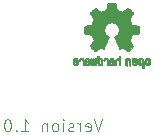
<source format=gbo>
%TF.GenerationSoftware,KiCad,Pcbnew,8.0.4*%
%TF.CreationDate,2024-08-28T21:16:36+02:00*%
%TF.ProjectId,Project1LedTorch,50726f6a-6563-4743-914c-6564546f7263,1*%
%TF.SameCoordinates,Original*%
%TF.FileFunction,Legend,Bot*%
%TF.FilePolarity,Positive*%
%FSLAX46Y46*%
G04 Gerber Fmt 4.6, Leading zero omitted, Abs format (unit mm)*
G04 Created by KiCad (PCBNEW 8.0.4) date 2024-08-28 21:16:36*
%MOMM*%
%LPD*%
G01*
G04 APERTURE LIST*
%ADD10C,0.100000*%
%ADD11C,0.010000*%
G04 APERTURE END LIST*
D10*
X171161972Y-102123419D02*
X170828639Y-103123419D01*
X170828639Y-103123419D02*
X170495306Y-102123419D01*
X169781020Y-103075800D02*
X169876258Y-103123419D01*
X169876258Y-103123419D02*
X170066734Y-103123419D01*
X170066734Y-103123419D02*
X170161972Y-103075800D01*
X170161972Y-103075800D02*
X170209591Y-102980561D01*
X170209591Y-102980561D02*
X170209591Y-102599609D01*
X170209591Y-102599609D02*
X170161972Y-102504371D01*
X170161972Y-102504371D02*
X170066734Y-102456752D01*
X170066734Y-102456752D02*
X169876258Y-102456752D01*
X169876258Y-102456752D02*
X169781020Y-102504371D01*
X169781020Y-102504371D02*
X169733401Y-102599609D01*
X169733401Y-102599609D02*
X169733401Y-102694847D01*
X169733401Y-102694847D02*
X170209591Y-102790085D01*
X169304829Y-103123419D02*
X169304829Y-102456752D01*
X169304829Y-102647228D02*
X169257210Y-102551990D01*
X169257210Y-102551990D02*
X169209591Y-102504371D01*
X169209591Y-102504371D02*
X169114353Y-102456752D01*
X169114353Y-102456752D02*
X169019115Y-102456752D01*
X168733400Y-103075800D02*
X168638162Y-103123419D01*
X168638162Y-103123419D02*
X168447686Y-103123419D01*
X168447686Y-103123419D02*
X168352448Y-103075800D01*
X168352448Y-103075800D02*
X168304829Y-102980561D01*
X168304829Y-102980561D02*
X168304829Y-102932942D01*
X168304829Y-102932942D02*
X168352448Y-102837704D01*
X168352448Y-102837704D02*
X168447686Y-102790085D01*
X168447686Y-102790085D02*
X168590543Y-102790085D01*
X168590543Y-102790085D02*
X168685781Y-102742466D01*
X168685781Y-102742466D02*
X168733400Y-102647228D01*
X168733400Y-102647228D02*
X168733400Y-102599609D01*
X168733400Y-102599609D02*
X168685781Y-102504371D01*
X168685781Y-102504371D02*
X168590543Y-102456752D01*
X168590543Y-102456752D02*
X168447686Y-102456752D01*
X168447686Y-102456752D02*
X168352448Y-102504371D01*
X167876257Y-103123419D02*
X167876257Y-102456752D01*
X167876257Y-102123419D02*
X167923876Y-102171038D01*
X167923876Y-102171038D02*
X167876257Y-102218657D01*
X167876257Y-102218657D02*
X167828638Y-102171038D01*
X167828638Y-102171038D02*
X167876257Y-102123419D01*
X167876257Y-102123419D02*
X167876257Y-102218657D01*
X167257210Y-103123419D02*
X167352448Y-103075800D01*
X167352448Y-103075800D02*
X167400067Y-103028180D01*
X167400067Y-103028180D02*
X167447686Y-102932942D01*
X167447686Y-102932942D02*
X167447686Y-102647228D01*
X167447686Y-102647228D02*
X167400067Y-102551990D01*
X167400067Y-102551990D02*
X167352448Y-102504371D01*
X167352448Y-102504371D02*
X167257210Y-102456752D01*
X167257210Y-102456752D02*
X167114353Y-102456752D01*
X167114353Y-102456752D02*
X167019115Y-102504371D01*
X167019115Y-102504371D02*
X166971496Y-102551990D01*
X166971496Y-102551990D02*
X166923877Y-102647228D01*
X166923877Y-102647228D02*
X166923877Y-102932942D01*
X166923877Y-102932942D02*
X166971496Y-103028180D01*
X166971496Y-103028180D02*
X167019115Y-103075800D01*
X167019115Y-103075800D02*
X167114353Y-103123419D01*
X167114353Y-103123419D02*
X167257210Y-103123419D01*
X166495305Y-102456752D02*
X166495305Y-103123419D01*
X166495305Y-102551990D02*
X166447686Y-102504371D01*
X166447686Y-102504371D02*
X166352448Y-102456752D01*
X166352448Y-102456752D02*
X166209591Y-102456752D01*
X166209591Y-102456752D02*
X166114353Y-102504371D01*
X166114353Y-102504371D02*
X166066734Y-102599609D01*
X166066734Y-102599609D02*
X166066734Y-103123419D01*
X164304829Y-103123419D02*
X164876257Y-103123419D01*
X164590543Y-103123419D02*
X164590543Y-102123419D01*
X164590543Y-102123419D02*
X164685781Y-102266276D01*
X164685781Y-102266276D02*
X164781019Y-102361514D01*
X164781019Y-102361514D02*
X164876257Y-102409133D01*
X163876257Y-103028180D02*
X163828638Y-103075800D01*
X163828638Y-103075800D02*
X163876257Y-103123419D01*
X163876257Y-103123419D02*
X163923876Y-103075800D01*
X163923876Y-103075800D02*
X163876257Y-103028180D01*
X163876257Y-103028180D02*
X163876257Y-103123419D01*
X163209591Y-102123419D02*
X163114353Y-102123419D01*
X163114353Y-102123419D02*
X163019115Y-102171038D01*
X163019115Y-102171038D02*
X162971496Y-102218657D01*
X162971496Y-102218657D02*
X162923877Y-102313895D01*
X162923877Y-102313895D02*
X162876258Y-102504371D01*
X162876258Y-102504371D02*
X162876258Y-102742466D01*
X162876258Y-102742466D02*
X162923877Y-102932942D01*
X162923877Y-102932942D02*
X162971496Y-103028180D01*
X162971496Y-103028180D02*
X163019115Y-103075800D01*
X163019115Y-103075800D02*
X163114353Y-103123419D01*
X163114353Y-103123419D02*
X163209591Y-103123419D01*
X163209591Y-103123419D02*
X163304829Y-103075800D01*
X163304829Y-103075800D02*
X163352448Y-103028180D01*
X163352448Y-103028180D02*
X163400067Y-102932942D01*
X163400067Y-102932942D02*
X163447686Y-102742466D01*
X163447686Y-102742466D02*
X163447686Y-102504371D01*
X163447686Y-102504371D02*
X163400067Y-102313895D01*
X163400067Y-102313895D02*
X163352448Y-102218657D01*
X163352448Y-102218657D02*
X163304829Y-102171038D01*
X163304829Y-102171038D02*
X163209591Y-102123419D01*
D11*
%TO.C,REF\u002A\u002A*%
X169440829Y-96947097D02*
X169500753Y-96969355D01*
X169525673Y-96986080D01*
X169550910Y-97010043D01*
X169568912Y-97040526D01*
X169580858Y-97082023D01*
X169587930Y-97139032D01*
X169591308Y-97216047D01*
X169592171Y-97317565D01*
X169592002Y-97370027D01*
X169591153Y-97441715D01*
X169589711Y-97498925D01*
X169587814Y-97536809D01*
X169585597Y-97550514D01*
X169571172Y-97545981D01*
X169542054Y-97533670D01*
X169541181Y-97533272D01*
X169526060Y-97525356D01*
X169515891Y-97514495D01*
X169509691Y-97495471D01*
X169506478Y-97463069D01*
X169505270Y-97412071D01*
X169505086Y-97337261D01*
X169504714Y-97289804D01*
X169500750Y-97200615D01*
X169491673Y-97135287D01*
X169476524Y-97090393D01*
X169454345Y-97062507D01*
X169424175Y-97048203D01*
X169419990Y-97047206D01*
X169363480Y-97046427D01*
X169319410Y-97071744D01*
X169288972Y-97122502D01*
X169283544Y-97137175D01*
X169271171Y-97169649D01*
X169264905Y-97184572D01*
X169252036Y-97182516D01*
X169223933Y-97171357D01*
X169197721Y-97152927D01*
X169185771Y-97118098D01*
X169189336Y-97093151D01*
X169211235Y-97042547D01*
X169246644Y-96995128D01*
X169288052Y-96962334D01*
X169305400Y-96954752D01*
X169371089Y-96942076D01*
X169440829Y-96947097D01*
G36*
X169440829Y-96947097D02*
G01*
X169500753Y-96969355D01*
X169525673Y-96986080D01*
X169550910Y-97010043D01*
X169568912Y-97040526D01*
X169580858Y-97082023D01*
X169587930Y-97139032D01*
X169591308Y-97216047D01*
X169592171Y-97317565D01*
X169592002Y-97370027D01*
X169591153Y-97441715D01*
X169589711Y-97498925D01*
X169587814Y-97536809D01*
X169585597Y-97550514D01*
X169571172Y-97545981D01*
X169542054Y-97533670D01*
X169541181Y-97533272D01*
X169526060Y-97525356D01*
X169515891Y-97514495D01*
X169509691Y-97495471D01*
X169506478Y-97463069D01*
X169505270Y-97412071D01*
X169505086Y-97337261D01*
X169504714Y-97289804D01*
X169500750Y-97200615D01*
X169491673Y-97135287D01*
X169476524Y-97090393D01*
X169454345Y-97062507D01*
X169424175Y-97048203D01*
X169419990Y-97047206D01*
X169363480Y-97046427D01*
X169319410Y-97071744D01*
X169288972Y-97122502D01*
X169283544Y-97137175D01*
X169271171Y-97169649D01*
X169264905Y-97184572D01*
X169252036Y-97182516D01*
X169223933Y-97171357D01*
X169197721Y-97152927D01*
X169185771Y-97118098D01*
X169189336Y-97093151D01*
X169211235Y-97042547D01*
X169246644Y-96995128D01*
X169288052Y-96962334D01*
X169305400Y-96954752D01*
X169371089Y-96942076D01*
X169440829Y-96947097D01*
G37*
X173389020Y-96913822D02*
X173456810Y-96945680D01*
X173512366Y-97000770D01*
X173523881Y-97018016D01*
X173533432Y-97037562D01*
X173540206Y-97062198D01*
X173544819Y-97096711D01*
X173547888Y-97145889D01*
X173550029Y-97214519D01*
X173551859Y-97307389D01*
X173556404Y-97565007D01*
X173518225Y-97550491D01*
X173483268Y-97537156D01*
X173457097Y-97524323D01*
X173440013Y-97507780D01*
X173430086Y-97482465D01*
X173425386Y-97443316D01*
X173423982Y-97385268D01*
X173423943Y-97303261D01*
X173423744Y-97237895D01*
X173422559Y-97175173D01*
X173419729Y-97132334D01*
X173414609Y-97104220D01*
X173406553Y-97085675D01*
X173394914Y-97071543D01*
X173366303Y-97051600D01*
X173318239Y-97044083D01*
X173270688Y-97063079D01*
X173267550Y-97065511D01*
X173257769Y-97076748D01*
X173250553Y-97094770D01*
X173245299Y-97124026D01*
X173241402Y-97168962D01*
X173238256Y-97234028D01*
X173235257Y-97323670D01*
X173228000Y-97563697D01*
X173166314Y-97536044D01*
X173104629Y-97508391D01*
X173104629Y-97289246D01*
X173104884Y-97229711D01*
X173107086Y-97146892D01*
X173112661Y-97085227D01*
X173122941Y-97039748D01*
X173139258Y-97005484D01*
X173162943Y-96977466D01*
X173195328Y-96950723D01*
X173241907Y-96923780D01*
X173315287Y-96906191D01*
X173389020Y-96913822D01*
G36*
X173389020Y-96913822D02*
G01*
X173456810Y-96945680D01*
X173512366Y-97000770D01*
X173523881Y-97018016D01*
X173533432Y-97037562D01*
X173540206Y-97062198D01*
X173544819Y-97096711D01*
X173547888Y-97145889D01*
X173550029Y-97214519D01*
X173551859Y-97307389D01*
X173556404Y-97565007D01*
X173518225Y-97550491D01*
X173483268Y-97537156D01*
X173457097Y-97524323D01*
X173440013Y-97507780D01*
X173430086Y-97482465D01*
X173425386Y-97443316D01*
X173423982Y-97385268D01*
X173423943Y-97303261D01*
X173423744Y-97237895D01*
X173422559Y-97175173D01*
X173419729Y-97132334D01*
X173414609Y-97104220D01*
X173406553Y-97085675D01*
X173394914Y-97071543D01*
X173366303Y-97051600D01*
X173318239Y-97044083D01*
X173270688Y-97063079D01*
X173267550Y-97065511D01*
X173257769Y-97076748D01*
X173250553Y-97094770D01*
X173245299Y-97124026D01*
X173241402Y-97168962D01*
X173238256Y-97234028D01*
X173235257Y-97323670D01*
X173228000Y-97563697D01*
X173166314Y-97536044D01*
X173104629Y-97508391D01*
X173104629Y-97289246D01*
X173104884Y-97229711D01*
X173107086Y-97146892D01*
X173112661Y-97085227D01*
X173122941Y-97039748D01*
X173139258Y-97005484D01*
X173162943Y-96977466D01*
X173195328Y-96950723D01*
X173241907Y-96923780D01*
X173315287Y-96906191D01*
X173389020Y-96913822D01*
G37*
X171565691Y-96962467D02*
X171570273Y-96965003D01*
X171607704Y-96994057D01*
X171641170Y-97031410D01*
X171647007Y-97039852D01*
X171658165Y-97059553D01*
X171666136Y-97082935D01*
X171671618Y-97115067D01*
X171675307Y-97161019D01*
X171677899Y-97225859D01*
X171680092Y-97314657D01*
X171680402Y-97329669D01*
X171681400Y-97426999D01*
X171679994Y-97495934D01*
X171676164Y-97536948D01*
X171669889Y-97550514D01*
X171650898Y-97546452D01*
X171618638Y-97534144D01*
X171611041Y-97530545D01*
X171599176Y-97522398D01*
X171590994Y-97509004D01*
X171585643Y-97485608D01*
X171582269Y-97447455D01*
X171580019Y-97389790D01*
X171578040Y-97307857D01*
X171577498Y-97283907D01*
X171575403Y-97208266D01*
X171572683Y-97155328D01*
X171568515Y-97120075D01*
X171562079Y-97097487D01*
X171552550Y-97082544D01*
X171539106Y-97070227D01*
X171499305Y-97048634D01*
X171450341Y-97044476D01*
X171406529Y-97060999D01*
X171375008Y-97095210D01*
X171362914Y-97144114D01*
X171362578Y-97157407D01*
X171355972Y-97181472D01*
X171336470Y-97185144D01*
X171298283Y-97170813D01*
X171289438Y-97166217D01*
X171265534Y-97139186D01*
X171265061Y-97098994D01*
X171287836Y-97043409D01*
X171308727Y-97013117D01*
X171362142Y-96970084D01*
X171428074Y-96945755D01*
X171498574Y-96942443D01*
X171565691Y-96962467D01*
G36*
X171565691Y-96962467D02*
G01*
X171570273Y-96965003D01*
X171607704Y-96994057D01*
X171641170Y-97031410D01*
X171647007Y-97039852D01*
X171658165Y-97059553D01*
X171666136Y-97082935D01*
X171671618Y-97115067D01*
X171675307Y-97161019D01*
X171677899Y-97225859D01*
X171680092Y-97314657D01*
X171680402Y-97329669D01*
X171681400Y-97426999D01*
X171679994Y-97495934D01*
X171676164Y-97536948D01*
X171669889Y-97550514D01*
X171650898Y-97546452D01*
X171618638Y-97534144D01*
X171611041Y-97530545D01*
X171599176Y-97522398D01*
X171590994Y-97509004D01*
X171585643Y-97485608D01*
X171582269Y-97447455D01*
X171580019Y-97389790D01*
X171578040Y-97307857D01*
X171577498Y-97283907D01*
X171575403Y-97208266D01*
X171572683Y-97155328D01*
X171568515Y-97120075D01*
X171562079Y-97097487D01*
X171552550Y-97082544D01*
X171539106Y-97070227D01*
X171499305Y-97048634D01*
X171450341Y-97044476D01*
X171406529Y-97060999D01*
X171375008Y-97095210D01*
X171362914Y-97144114D01*
X171362578Y-97157407D01*
X171355972Y-97181472D01*
X171336470Y-97185144D01*
X171298283Y-97170813D01*
X171289438Y-97166217D01*
X171265534Y-97139186D01*
X171265061Y-97098994D01*
X171287836Y-97043409D01*
X171308727Y-97013117D01*
X171362142Y-96970084D01*
X171428074Y-96945755D01*
X171498574Y-96942443D01*
X171565691Y-96962467D01*
G37*
X170611941Y-96945282D02*
X170643774Y-96957758D01*
X170680743Y-96974602D01*
X170680743Y-97461196D01*
X170634812Y-97507127D01*
X170624320Y-97517427D01*
X170595255Y-97540320D01*
X170565943Y-97547735D01*
X170522326Y-97544321D01*
X170504568Y-97542114D01*
X170458767Y-97537445D01*
X170426743Y-97535585D01*
X170417244Y-97535869D01*
X170378274Y-97538948D01*
X170331160Y-97544321D01*
X170316085Y-97546168D01*
X170278110Y-97546893D01*
X170250325Y-97535429D01*
X170218674Y-97507127D01*
X170172743Y-97461196D01*
X170172743Y-97201055D01*
X170173101Y-97124180D01*
X170174216Y-97050886D01*
X170175952Y-96992850D01*
X170178167Y-96954663D01*
X170180721Y-96940914D01*
X170181256Y-96940951D01*
X170199808Y-96947793D01*
X170231153Y-96962868D01*
X170273608Y-96984822D01*
X170277604Y-97213240D01*
X170281600Y-97441657D01*
X170368686Y-97441657D01*
X170372657Y-97191286D01*
X170373916Y-97123227D01*
X170375718Y-97050482D01*
X170377671Y-96992730D01*
X170379612Y-96954648D01*
X170381377Y-96940914D01*
X170381885Y-96940962D01*
X170399482Y-96946015D01*
X170431834Y-96956849D01*
X170477543Y-96972783D01*
X170477765Y-97192706D01*
X170477988Y-97230909D01*
X170479531Y-97305146D01*
X170482292Y-97367145D01*
X170485977Y-97411308D01*
X170490292Y-97432041D01*
X170505732Y-97443131D01*
X170537241Y-97446556D01*
X170571886Y-97441657D01*
X170575857Y-97191286D01*
X170577278Y-97127663D01*
X170580225Y-97052356D01*
X170584079Y-96993286D01*
X170588542Y-96954718D01*
X170593317Y-96940914D01*
X170611941Y-96945282D01*
G36*
X170611941Y-96945282D02*
G01*
X170643774Y-96957758D01*
X170680743Y-96974602D01*
X170680743Y-97461196D01*
X170634812Y-97507127D01*
X170624320Y-97517427D01*
X170595255Y-97540320D01*
X170565943Y-97547735D01*
X170522326Y-97544321D01*
X170504568Y-97542114D01*
X170458767Y-97537445D01*
X170426743Y-97535585D01*
X170417244Y-97535869D01*
X170378274Y-97538948D01*
X170331160Y-97544321D01*
X170316085Y-97546168D01*
X170278110Y-97546893D01*
X170250325Y-97535429D01*
X170218674Y-97507127D01*
X170172743Y-97461196D01*
X170172743Y-97201055D01*
X170173101Y-97124180D01*
X170174216Y-97050886D01*
X170175952Y-96992850D01*
X170178167Y-96954663D01*
X170180721Y-96940914D01*
X170181256Y-96940951D01*
X170199808Y-96947793D01*
X170231153Y-96962868D01*
X170273608Y-96984822D01*
X170277604Y-97213240D01*
X170281600Y-97441657D01*
X170368686Y-97441657D01*
X170372657Y-97191286D01*
X170373916Y-97123227D01*
X170375718Y-97050482D01*
X170377671Y-96992730D01*
X170379612Y-96954648D01*
X170381377Y-96940914D01*
X170381885Y-96940962D01*
X170399482Y-96946015D01*
X170431834Y-96956849D01*
X170477543Y-96972783D01*
X170477765Y-97192706D01*
X170477988Y-97230909D01*
X170479531Y-97305146D01*
X170482292Y-97367145D01*
X170485977Y-97411308D01*
X170490292Y-97432041D01*
X170505732Y-97443131D01*
X170537241Y-97446556D01*
X170571886Y-97441657D01*
X170575857Y-97191286D01*
X170577278Y-97127663D01*
X170580225Y-97052356D01*
X170584079Y-96993286D01*
X170588542Y-96954718D01*
X170593317Y-96940914D01*
X170611941Y-96945282D01*
G37*
X172636543Y-96745444D02*
X172683714Y-96765342D01*
X172683714Y-97162509D01*
X172683519Y-97265498D01*
X172682998Y-97358141D01*
X172682199Y-97436700D01*
X172681172Y-97497439D01*
X172679963Y-97536623D01*
X172678623Y-97550514D01*
X172678099Y-97550468D01*
X172660287Y-97545420D01*
X172627823Y-97534580D01*
X172582114Y-97518646D01*
X172582114Y-97314173D01*
X172581824Y-97233832D01*
X172580474Y-97175562D01*
X172577369Y-97135909D01*
X172571812Y-97109618D01*
X172563107Y-97091436D01*
X172550556Y-97076107D01*
X172541999Y-97067955D01*
X172495728Y-97045375D01*
X172444728Y-97047375D01*
X172397993Y-97074073D01*
X172391189Y-97080698D01*
X172380293Y-97094456D01*
X172372836Y-97112642D01*
X172368169Y-97140177D01*
X172365642Y-97181981D01*
X172364602Y-97242973D01*
X172364400Y-97328073D01*
X172364303Y-97371234D01*
X172363674Y-97442224D01*
X172362556Y-97499076D01*
X172361063Y-97536828D01*
X172359309Y-97550514D01*
X172358785Y-97550468D01*
X172340973Y-97545420D01*
X172308509Y-97534580D01*
X172262800Y-97518646D01*
X172262823Y-97313237D01*
X172262857Y-97294951D01*
X172264778Y-97199626D01*
X172270678Y-97127543D01*
X172282001Y-97073813D01*
X172300187Y-97033549D01*
X172326679Y-97001861D01*
X172362918Y-96973861D01*
X172398263Y-96956333D01*
X172454773Y-96942785D01*
X172510356Y-96942015D01*
X172553086Y-96955195D01*
X172556298Y-96957015D01*
X172566205Y-96956820D01*
X172572975Y-96941572D01*
X172577861Y-96906613D01*
X172582114Y-96847289D01*
X172589371Y-96725547D01*
X172636543Y-96745444D01*
G36*
X172636543Y-96745444D02*
G01*
X172683714Y-96765342D01*
X172683714Y-97162509D01*
X172683519Y-97265498D01*
X172682998Y-97358141D01*
X172682199Y-97436700D01*
X172681172Y-97497439D01*
X172679963Y-97536623D01*
X172678623Y-97550514D01*
X172678099Y-97550468D01*
X172660287Y-97545420D01*
X172627823Y-97534580D01*
X172582114Y-97518646D01*
X172582114Y-97314173D01*
X172581824Y-97233832D01*
X172580474Y-97175562D01*
X172577369Y-97135909D01*
X172571812Y-97109618D01*
X172563107Y-97091436D01*
X172550556Y-97076107D01*
X172541999Y-97067955D01*
X172495728Y-97045375D01*
X172444728Y-97047375D01*
X172397993Y-97074073D01*
X172391189Y-97080698D01*
X172380293Y-97094456D01*
X172372836Y-97112642D01*
X172368169Y-97140177D01*
X172365642Y-97181981D01*
X172364602Y-97242973D01*
X172364400Y-97328073D01*
X172364303Y-97371234D01*
X172363674Y-97442224D01*
X172362556Y-97499076D01*
X172361063Y-97536828D01*
X172359309Y-97550514D01*
X172358785Y-97550468D01*
X172340973Y-97545420D01*
X172308509Y-97534580D01*
X172262800Y-97518646D01*
X172262823Y-97313237D01*
X172262857Y-97294951D01*
X172264778Y-97199626D01*
X172270678Y-97127543D01*
X172282001Y-97073813D01*
X172300187Y-97033549D01*
X172326679Y-97001861D01*
X172362918Y-96973861D01*
X172398263Y-96956333D01*
X172454773Y-96942785D01*
X172510356Y-96942015D01*
X172553086Y-96955195D01*
X172556298Y-96957015D01*
X172566205Y-96956820D01*
X172572975Y-96941572D01*
X172577861Y-96906613D01*
X172582114Y-96847289D01*
X172589371Y-96725547D01*
X172636543Y-96745444D01*
G37*
X175223714Y-97231200D02*
X175223701Y-97246935D01*
X175222914Y-97317119D01*
X175220210Y-97366022D01*
X175214606Y-97400178D01*
X175205119Y-97426124D01*
X175190768Y-97450397D01*
X175187237Y-97455433D01*
X175149878Y-97495143D01*
X175107311Y-97525092D01*
X175085452Y-97534810D01*
X175006908Y-97551020D01*
X174929231Y-97540535D01*
X174857645Y-97504707D01*
X174797374Y-97444887D01*
X174792286Y-97436873D01*
X174775730Y-97390342D01*
X174764573Y-97325552D01*
X174759160Y-97250727D01*
X174759768Y-97181513D01*
X174906248Y-97181513D01*
X174907402Y-97277399D01*
X174907866Y-97283569D01*
X174914629Y-97336478D01*
X174926671Y-97370029D01*
X174947005Y-97393016D01*
X174981097Y-97414548D01*
X175014814Y-97415680D01*
X175049543Y-97390857D01*
X175055584Y-97384325D01*
X175067417Y-97364779D01*
X175074404Y-97336386D01*
X175077727Y-97292430D01*
X175078571Y-97226192D01*
X175077125Y-97164150D01*
X175069907Y-97105042D01*
X175055006Y-97067686D01*
X175030636Y-97048152D01*
X174995008Y-97042514D01*
X174981440Y-97043635D01*
X174943430Y-97064194D01*
X174918312Y-97110299D01*
X174906248Y-97181513D01*
X174759768Y-97181513D01*
X174759833Y-97174096D01*
X174766937Y-97103882D01*
X174780815Y-97048312D01*
X174798649Y-97011301D01*
X174848855Y-96953733D01*
X174916885Y-96917962D01*
X175000158Y-96905665D01*
X175022398Y-96906331D01*
X175087891Y-96919947D01*
X175141687Y-96954249D01*
X175191057Y-97013338D01*
X175193995Y-97017722D01*
X175207287Y-97041299D01*
X175215932Y-97067949D01*
X175220904Y-97104159D01*
X175223174Y-97156413D01*
X175223678Y-97226192D01*
X175223714Y-97231200D01*
G36*
X175223714Y-97231200D02*
G01*
X175223701Y-97246935D01*
X175222914Y-97317119D01*
X175220210Y-97366022D01*
X175214606Y-97400178D01*
X175205119Y-97426124D01*
X175190768Y-97450397D01*
X175187237Y-97455433D01*
X175149878Y-97495143D01*
X175107311Y-97525092D01*
X175085452Y-97534810D01*
X175006908Y-97551020D01*
X174929231Y-97540535D01*
X174857645Y-97504707D01*
X174797374Y-97444887D01*
X174792286Y-97436873D01*
X174775730Y-97390342D01*
X174764573Y-97325552D01*
X174759160Y-97250727D01*
X174759768Y-97181513D01*
X174906248Y-97181513D01*
X174907402Y-97277399D01*
X174907866Y-97283569D01*
X174914629Y-97336478D01*
X174926671Y-97370029D01*
X174947005Y-97393016D01*
X174981097Y-97414548D01*
X175014814Y-97415680D01*
X175049543Y-97390857D01*
X175055584Y-97384325D01*
X175067417Y-97364779D01*
X175074404Y-97336386D01*
X175077727Y-97292430D01*
X175078571Y-97226192D01*
X175077125Y-97164150D01*
X175069907Y-97105042D01*
X175055006Y-97067686D01*
X175030636Y-97048152D01*
X174995008Y-97042514D01*
X174981440Y-97043635D01*
X174943430Y-97064194D01*
X174918312Y-97110299D01*
X174906248Y-97181513D01*
X174759768Y-97181513D01*
X174759833Y-97174096D01*
X174766937Y-97103882D01*
X174780815Y-97048312D01*
X174798649Y-97011301D01*
X174848855Y-96953733D01*
X174916885Y-96917962D01*
X175000158Y-96905665D01*
X175022398Y-96906331D01*
X175087891Y-96919947D01*
X175141687Y-96954249D01*
X175191057Y-97013338D01*
X175193995Y-97017722D01*
X175207287Y-97041299D01*
X175215932Y-97067949D01*
X175220904Y-97104159D01*
X175223174Y-97156413D01*
X175223678Y-97226192D01*
X175223714Y-97231200D01*
G37*
X169098590Y-97248622D02*
X169098307Y-97287305D01*
X169094762Y-97363521D01*
X169085483Y-97419294D01*
X169068375Y-97460613D01*
X169041344Y-97493467D01*
X169002292Y-97523846D01*
X168977445Y-97537660D01*
X168937615Y-97546965D01*
X168881665Y-97546230D01*
X168850385Y-97543283D01*
X168812653Y-97534283D01*
X168782494Y-97514720D01*
X168747408Y-97478267D01*
X168742720Y-97472943D01*
X168711177Y-97431969D01*
X168696128Y-97396283D01*
X168692286Y-97353966D01*
X168692286Y-97291779D01*
X168735742Y-97308182D01*
X168767424Y-97327356D01*
X168794962Y-97372347D01*
X168800711Y-97386752D01*
X168832855Y-97427546D01*
X168876611Y-97448081D01*
X168924254Y-97446235D01*
X168968057Y-97419886D01*
X168983111Y-97403455D01*
X168996763Y-97378667D01*
X168992493Y-97356144D01*
X168967916Y-97332964D01*
X168920651Y-97306202D01*
X168848314Y-97272934D01*
X168699543Y-97207816D01*
X168695595Y-97143308D01*
X168697079Y-97102220D01*
X168794010Y-97102220D01*
X168801368Y-97127657D01*
X168834848Y-97154814D01*
X168895614Y-97185714D01*
X168905669Y-97190190D01*
X168953751Y-97211017D01*
X168989726Y-97225665D01*
X169006444Y-97231200D01*
X169008977Y-97227126D01*
X169009993Y-97202247D01*
X169006369Y-97162257D01*
X168997242Y-97123152D01*
X168968773Y-97073884D01*
X168927678Y-97046122D01*
X168878590Y-97042364D01*
X168826144Y-97065109D01*
X168811609Y-97076481D01*
X168794010Y-97102220D01*
X168697079Y-97102220D01*
X168697338Y-97095064D01*
X168719281Y-97034096D01*
X168746979Y-97000497D01*
X168804405Y-96962966D01*
X168872527Y-96944006D01*
X168942947Y-96945507D01*
X169007267Y-96969355D01*
X169021426Y-96978513D01*
X169053904Y-97006849D01*
X169076116Y-97042695D01*
X169089804Y-97091384D01*
X169096715Y-97158249D01*
X169097628Y-97202247D01*
X169098590Y-97248622D01*
G36*
X169098590Y-97248622D02*
G01*
X169098307Y-97287305D01*
X169094762Y-97363521D01*
X169085483Y-97419294D01*
X169068375Y-97460613D01*
X169041344Y-97493467D01*
X169002292Y-97523846D01*
X168977445Y-97537660D01*
X168937615Y-97546965D01*
X168881665Y-97546230D01*
X168850385Y-97543283D01*
X168812653Y-97534283D01*
X168782494Y-97514720D01*
X168747408Y-97478267D01*
X168742720Y-97472943D01*
X168711177Y-97431969D01*
X168696128Y-97396283D01*
X168692286Y-97353966D01*
X168692286Y-97291779D01*
X168735742Y-97308182D01*
X168767424Y-97327356D01*
X168794962Y-97372347D01*
X168800711Y-97386752D01*
X168832855Y-97427546D01*
X168876611Y-97448081D01*
X168924254Y-97446235D01*
X168968057Y-97419886D01*
X168983111Y-97403455D01*
X168996763Y-97378667D01*
X168992493Y-97356144D01*
X168967916Y-97332964D01*
X168920651Y-97306202D01*
X168848314Y-97272934D01*
X168699543Y-97207816D01*
X168695595Y-97143308D01*
X168697079Y-97102220D01*
X168794010Y-97102220D01*
X168801368Y-97127657D01*
X168834848Y-97154814D01*
X168895614Y-97185714D01*
X168905669Y-97190190D01*
X168953751Y-97211017D01*
X168989726Y-97225665D01*
X169006444Y-97231200D01*
X169008977Y-97227126D01*
X169009993Y-97202247D01*
X169006369Y-97162257D01*
X168997242Y-97123152D01*
X168968773Y-97073884D01*
X168927678Y-97046122D01*
X168878590Y-97042364D01*
X168826144Y-97065109D01*
X168811609Y-97076481D01*
X168794010Y-97102220D01*
X168697079Y-97102220D01*
X168697338Y-97095064D01*
X168719281Y-97034096D01*
X168746979Y-97000497D01*
X168804405Y-96962966D01*
X168872527Y-96944006D01*
X168942947Y-96945507D01*
X169007267Y-96969355D01*
X169021426Y-96978513D01*
X169053904Y-97006849D01*
X169076116Y-97042695D01*
X169089804Y-97091384D01*
X169096715Y-97158249D01*
X169097628Y-97202247D01*
X169098590Y-97248622D01*
G37*
X171188698Y-97245714D02*
X171187537Y-97302313D01*
X171179345Y-97379462D01*
X171161519Y-97437276D01*
X171131975Y-97481422D01*
X171088625Y-97517568D01*
X171047332Y-97538463D01*
X170977987Y-97550090D01*
X170908736Y-97537377D01*
X170846145Y-97501945D01*
X170796779Y-97445418D01*
X170790818Y-97434995D01*
X170782945Y-97416733D01*
X170777106Y-97393429D01*
X170772999Y-97361085D01*
X170770325Y-97315704D01*
X170768781Y-97253287D01*
X170768734Y-97247748D01*
X170869429Y-97247748D01*
X170869772Y-97300577D01*
X170871942Y-97348362D01*
X170877307Y-97379209D01*
X170887217Y-97399935D01*
X170903021Y-97417356D01*
X170906724Y-97420705D01*
X170954299Y-97445419D01*
X171004635Y-97442890D01*
X171051517Y-97413288D01*
X171065477Y-97397953D01*
X171077160Y-97377622D01*
X171083686Y-97349514D01*
X171086524Y-97306550D01*
X171087143Y-97241647D01*
X171086837Y-97192122D01*
X171084722Y-97143782D01*
X171079390Y-97112587D01*
X171069460Y-97091647D01*
X171053550Y-97074073D01*
X171044204Y-97066159D01*
X170995776Y-97044843D01*
X170945040Y-97048198D01*
X170900987Y-97076107D01*
X170891504Y-97087173D01*
X170879939Y-97108009D01*
X170873252Y-97137106D01*
X170870173Y-97181381D01*
X170869429Y-97247748D01*
X170768734Y-97247748D01*
X170768067Y-97169837D01*
X170767883Y-97061358D01*
X170767829Y-96724601D01*
X170815000Y-96744362D01*
X170827472Y-96749770D01*
X170847324Y-96761985D01*
X170858687Y-96780482D01*
X170864933Y-96812829D01*
X170869429Y-96866593D01*
X170873535Y-96914866D01*
X170878963Y-96946557D01*
X170886739Y-96958383D01*
X170898457Y-96955212D01*
X170928318Y-96944067D01*
X170981684Y-96941304D01*
X171039093Y-96951625D01*
X171088625Y-96973861D01*
X171115876Y-96994443D01*
X171150865Y-97034600D01*
X171173274Y-97086086D01*
X171185190Y-97154568D01*
X171188542Y-97241647D01*
X171188698Y-97245714D01*
G36*
X171188698Y-97245714D02*
G01*
X171187537Y-97302313D01*
X171179345Y-97379462D01*
X171161519Y-97437276D01*
X171131975Y-97481422D01*
X171088625Y-97517568D01*
X171047332Y-97538463D01*
X170977987Y-97550090D01*
X170908736Y-97537377D01*
X170846145Y-97501945D01*
X170796779Y-97445418D01*
X170790818Y-97434995D01*
X170782945Y-97416733D01*
X170777106Y-97393429D01*
X170772999Y-97361085D01*
X170770325Y-97315704D01*
X170768781Y-97253287D01*
X170768734Y-97247748D01*
X170869429Y-97247748D01*
X170869772Y-97300577D01*
X170871942Y-97348362D01*
X170877307Y-97379209D01*
X170887217Y-97399935D01*
X170903021Y-97417356D01*
X170906724Y-97420705D01*
X170954299Y-97445419D01*
X171004635Y-97442890D01*
X171051517Y-97413288D01*
X171065477Y-97397953D01*
X171077160Y-97377622D01*
X171083686Y-97349514D01*
X171086524Y-97306550D01*
X171087143Y-97241647D01*
X171086837Y-97192122D01*
X171084722Y-97143782D01*
X171079390Y-97112587D01*
X171069460Y-97091647D01*
X171053550Y-97074073D01*
X171044204Y-97066159D01*
X170995776Y-97044843D01*
X170945040Y-97048198D01*
X170900987Y-97076107D01*
X170891504Y-97087173D01*
X170879939Y-97108009D01*
X170873252Y-97137106D01*
X170870173Y-97181381D01*
X170869429Y-97247748D01*
X170768734Y-97247748D01*
X170768067Y-97169837D01*
X170767883Y-97061358D01*
X170767829Y-96724601D01*
X170815000Y-96744362D01*
X170827472Y-96749770D01*
X170847324Y-96761985D01*
X170858687Y-96780482D01*
X170864933Y-96812829D01*
X170869429Y-96866593D01*
X170873535Y-96914866D01*
X170878963Y-96946557D01*
X170886739Y-96958383D01*
X170898457Y-96955212D01*
X170928318Y-96944067D01*
X170981684Y-96941304D01*
X171039093Y-96951625D01*
X171088625Y-96973861D01*
X171115876Y-96994443D01*
X171150865Y-97034600D01*
X171173274Y-97086086D01*
X171185190Y-97154568D01*
X171188542Y-97241647D01*
X171188698Y-97245714D01*
G37*
X174120299Y-97190055D02*
X174115684Y-97300078D01*
X174113078Y-97323387D01*
X174093660Y-97406352D01*
X174058573Y-97469448D01*
X174005212Y-97517808D01*
X174002196Y-97519804D01*
X173934362Y-97548185D01*
X173863535Y-97550711D01*
X173795289Y-97529097D01*
X173735196Y-97485062D01*
X173688829Y-97420322D01*
X173688050Y-97418761D01*
X173672643Y-97378558D01*
X173661357Y-97332866D01*
X173655370Y-97289972D01*
X173655861Y-97258160D01*
X173664007Y-97245714D01*
X173671244Y-97246471D01*
X173705851Y-97260235D01*
X173745078Y-97285546D01*
X173778448Y-97314845D01*
X173795483Y-97340572D01*
X173813192Y-97375471D01*
X173849485Y-97407212D01*
X173891630Y-97419886D01*
X173907077Y-97416221D01*
X173937569Y-97397774D01*
X173964128Y-97372166D01*
X173975486Y-97348934D01*
X173975482Y-97348848D01*
X173962596Y-97338179D01*
X173928241Y-97318933D01*
X173877593Y-97293813D01*
X173815829Y-97265524D01*
X173815489Y-97265374D01*
X173748388Y-97235498D01*
X173703411Y-97213973D01*
X173676145Y-97197437D01*
X173662178Y-97182531D01*
X173657097Y-97165893D01*
X173656490Y-97144162D01*
X173660712Y-97103013D01*
X173804000Y-97103013D01*
X173818791Y-97115949D01*
X173855644Y-97135333D01*
X173856725Y-97135881D01*
X173900205Y-97156587D01*
X173939102Y-97173105D01*
X173963778Y-97180093D01*
X173973676Y-97170753D01*
X173975486Y-97138748D01*
X173967966Y-97098915D01*
X173941897Y-97062717D01*
X173904154Y-97043950D01*
X173862077Y-97045845D01*
X173823005Y-97071632D01*
X173807647Y-97089451D01*
X173804000Y-97103013D01*
X173660712Y-97103013D01*
X173661833Y-97092086D01*
X173688251Y-97021335D01*
X173732473Y-96965735D01*
X173789697Y-96927239D01*
X173855120Y-96907797D01*
X173923937Y-96909359D01*
X173991347Y-96933878D01*
X174052544Y-96983302D01*
X174086450Y-97032212D01*
X174110806Y-97102027D01*
X174114767Y-97138748D01*
X174120299Y-97190055D01*
G36*
X174120299Y-97190055D02*
G01*
X174115684Y-97300078D01*
X174113078Y-97323387D01*
X174093660Y-97406352D01*
X174058573Y-97469448D01*
X174005212Y-97517808D01*
X174002196Y-97519804D01*
X173934362Y-97548185D01*
X173863535Y-97550711D01*
X173795289Y-97529097D01*
X173735196Y-97485062D01*
X173688829Y-97420322D01*
X173688050Y-97418761D01*
X173672643Y-97378558D01*
X173661357Y-97332866D01*
X173655370Y-97289972D01*
X173655861Y-97258160D01*
X173664007Y-97245714D01*
X173671244Y-97246471D01*
X173705851Y-97260235D01*
X173745078Y-97285546D01*
X173778448Y-97314845D01*
X173795483Y-97340572D01*
X173813192Y-97375471D01*
X173849485Y-97407212D01*
X173891630Y-97419886D01*
X173907077Y-97416221D01*
X173937569Y-97397774D01*
X173964128Y-97372166D01*
X173975486Y-97348934D01*
X173975482Y-97348848D01*
X173962596Y-97338179D01*
X173928241Y-97318933D01*
X173877593Y-97293813D01*
X173815829Y-97265524D01*
X173815489Y-97265374D01*
X173748388Y-97235498D01*
X173703411Y-97213973D01*
X173676145Y-97197437D01*
X173662178Y-97182531D01*
X173657097Y-97165893D01*
X173656490Y-97144162D01*
X173660712Y-97103013D01*
X173804000Y-97103013D01*
X173818791Y-97115949D01*
X173855644Y-97135333D01*
X173856725Y-97135881D01*
X173900205Y-97156587D01*
X173939102Y-97173105D01*
X173963778Y-97180093D01*
X173973676Y-97170753D01*
X173975486Y-97138748D01*
X173967966Y-97098915D01*
X173941897Y-97062717D01*
X173904154Y-97043950D01*
X173862077Y-97045845D01*
X173823005Y-97071632D01*
X173807647Y-97089451D01*
X173804000Y-97103013D01*
X173660712Y-97103013D01*
X173661833Y-97092086D01*
X173688251Y-97021335D01*
X173732473Y-96965735D01*
X173789697Y-96927239D01*
X173855120Y-96907797D01*
X173923937Y-96909359D01*
X173991347Y-96933878D01*
X174052544Y-96983302D01*
X174086450Y-97032212D01*
X174110806Y-97102027D01*
X174114767Y-97138748D01*
X174120299Y-97190055D01*
G37*
X172047483Y-96956569D02*
X172097376Y-96985661D01*
X172119325Y-97008327D01*
X172161504Y-97076082D01*
X172175714Y-97149950D01*
X172175714Y-97200770D01*
X172128999Y-97181128D01*
X172096692Y-97161308D01*
X172071231Y-97120160D01*
X172068616Y-97111675D01*
X172040478Y-97068451D01*
X171998067Y-97045103D01*
X171949370Y-97044100D01*
X171902373Y-97067914D01*
X171895357Y-97074056D01*
X171871893Y-97100745D01*
X171868019Y-97124014D01*
X171885768Y-97146862D01*
X171927179Y-97172287D01*
X171994286Y-97203288D01*
X171998824Y-97205252D01*
X172073322Y-97239990D01*
X172124203Y-97270763D01*
X172155525Y-97301488D01*
X172171343Y-97336082D01*
X172175714Y-97378462D01*
X172169986Y-97425446D01*
X172141062Y-97485585D01*
X172090178Y-97528788D01*
X172053374Y-97541759D01*
X172001434Y-97548856D01*
X171950999Y-97547340D01*
X171914983Y-97536632D01*
X171911158Y-97533966D01*
X171900998Y-97515337D01*
X171908048Y-97482505D01*
X171920297Y-97456735D01*
X171939939Y-97446006D01*
X171977191Y-97446539D01*
X172028908Y-97443462D01*
X172062701Y-97422212D01*
X172074114Y-97382877D01*
X172074104Y-97381747D01*
X172067187Y-97358913D01*
X172043659Y-97337963D01*
X171997914Y-97313815D01*
X171935704Y-97284741D01*
X171894499Y-97268925D01*
X171870712Y-97269944D01*
X171859597Y-97290837D01*
X171856408Y-97334641D01*
X171856400Y-97404393D01*
X171856044Y-97447452D01*
X171854413Y-97500626D01*
X171851761Y-97537022D01*
X171848422Y-97550514D01*
X171847530Y-97550423D01*
X171828237Y-97543110D01*
X171796284Y-97527678D01*
X171752124Y-97504842D01*
X171757371Y-97299078D01*
X171757736Y-97285432D01*
X171761904Y-97189651D01*
X171769268Y-97117462D01*
X171781330Y-97064058D01*
X171799593Y-97024633D01*
X171825560Y-96994380D01*
X171860733Y-96968493D01*
X171861384Y-96968087D01*
X171918256Y-96946968D01*
X171984033Y-96943400D01*
X172047483Y-96956569D01*
G36*
X172047483Y-96956569D02*
G01*
X172097376Y-96985661D01*
X172119325Y-97008327D01*
X172161504Y-97076082D01*
X172175714Y-97149950D01*
X172175714Y-97200770D01*
X172128999Y-97181128D01*
X172096692Y-97161308D01*
X172071231Y-97120160D01*
X172068616Y-97111675D01*
X172040478Y-97068451D01*
X171998067Y-97045103D01*
X171949370Y-97044100D01*
X171902373Y-97067914D01*
X171895357Y-97074056D01*
X171871893Y-97100745D01*
X171868019Y-97124014D01*
X171885768Y-97146862D01*
X171927179Y-97172287D01*
X171994286Y-97203288D01*
X171998824Y-97205252D01*
X172073322Y-97239990D01*
X172124203Y-97270763D01*
X172155525Y-97301488D01*
X172171343Y-97336082D01*
X172175714Y-97378462D01*
X172169986Y-97425446D01*
X172141062Y-97485585D01*
X172090178Y-97528788D01*
X172053374Y-97541759D01*
X172001434Y-97548856D01*
X171950999Y-97547340D01*
X171914983Y-97536632D01*
X171911158Y-97533966D01*
X171900998Y-97515337D01*
X171908048Y-97482505D01*
X171920297Y-97456735D01*
X171939939Y-97446006D01*
X171977191Y-97446539D01*
X172028908Y-97443462D01*
X172062701Y-97422212D01*
X172074114Y-97382877D01*
X172074104Y-97381747D01*
X172067187Y-97358913D01*
X172043659Y-97337963D01*
X171997914Y-97313815D01*
X171935704Y-97284741D01*
X171894499Y-97268925D01*
X171870712Y-97269944D01*
X171859597Y-97290837D01*
X171856408Y-97334641D01*
X171856400Y-97404393D01*
X171856044Y-97447452D01*
X171854413Y-97500626D01*
X171851761Y-97537022D01*
X171848422Y-97550514D01*
X171847530Y-97550423D01*
X171828237Y-97543110D01*
X171796284Y-97527678D01*
X171752124Y-97504842D01*
X171757371Y-97299078D01*
X171757736Y-97285432D01*
X171761904Y-97189651D01*
X171769268Y-97117462D01*
X171781330Y-97064058D01*
X171799593Y-97024633D01*
X171825560Y-96994380D01*
X171860733Y-96968493D01*
X171861384Y-96968087D01*
X171918256Y-96946968D01*
X171984033Y-96943400D01*
X172047483Y-96956569D01*
G37*
X169925495Y-96942220D02*
X169956599Y-96950121D01*
X169985559Y-96969817D01*
X170022831Y-97006484D01*
X170046801Y-97032378D01*
X170071770Y-97065997D01*
X170083031Y-97097506D01*
X170085657Y-97137485D01*
X170085657Y-97202917D01*
X170041035Y-97179842D01*
X170005673Y-97151724D01*
X169981451Y-97113848D01*
X169977291Y-97103551D01*
X169945594Y-97063637D01*
X169901554Y-97043624D01*
X169853531Y-97045572D01*
X169809886Y-97071543D01*
X169791420Y-97092635D01*
X169780663Y-97119619D01*
X169792178Y-97143634D01*
X169827981Y-97167791D01*
X169890090Y-97195199D01*
X169899515Y-97198985D01*
X169956058Y-97223759D01*
X170004580Y-97248189D01*
X170035451Y-97267486D01*
X170066371Y-97301953D01*
X170086927Y-97356957D01*
X170084744Y-97415983D01*
X170060424Y-97471845D01*
X170014568Y-97517355D01*
X169977438Y-97536727D01*
X169905711Y-97550292D01*
X169865852Y-97548462D01*
X169828953Y-97538568D01*
X169814797Y-97517806D01*
X169820091Y-97483613D01*
X169821631Y-97479092D01*
X169833842Y-97455116D01*
X169854174Y-97446042D01*
X169892908Y-97446649D01*
X169920257Y-97447474D01*
X169952257Y-97440392D01*
X169974182Y-97419219D01*
X169986670Y-97393152D01*
X169988062Y-97365845D01*
X169987998Y-97365685D01*
X169971807Y-97350930D01*
X169937155Y-97329457D01*
X169892321Y-97305458D01*
X169845582Y-97283125D01*
X169805217Y-97266652D01*
X169779504Y-97260229D01*
X169775679Y-97266518D01*
X169770864Y-97296115D01*
X169767566Y-97344447D01*
X169766343Y-97405372D01*
X169766058Y-97447542D01*
X169764718Y-97500653D01*
X169762528Y-97537025D01*
X169759769Y-97550514D01*
X169745344Y-97545981D01*
X169716226Y-97533670D01*
X169679257Y-97516826D01*
X169679257Y-97300721D01*
X169679493Y-97245327D01*
X169681729Y-97161207D01*
X169687423Y-97098800D01*
X169697903Y-97053358D01*
X169714497Y-97020133D01*
X169738531Y-96994378D01*
X169771333Y-96971344D01*
X169813124Y-96952335D01*
X169890287Y-96940914D01*
X169925495Y-96942220D01*
G36*
X169925495Y-96942220D02*
G01*
X169956599Y-96950121D01*
X169985559Y-96969817D01*
X170022831Y-97006484D01*
X170046801Y-97032378D01*
X170071770Y-97065997D01*
X170083031Y-97097506D01*
X170085657Y-97137485D01*
X170085657Y-97202917D01*
X170041035Y-97179842D01*
X170005673Y-97151724D01*
X169981451Y-97113848D01*
X169977291Y-97103551D01*
X169945594Y-97063637D01*
X169901554Y-97043624D01*
X169853531Y-97045572D01*
X169809886Y-97071543D01*
X169791420Y-97092635D01*
X169780663Y-97119619D01*
X169792178Y-97143634D01*
X169827981Y-97167791D01*
X169890090Y-97195199D01*
X169899515Y-97198985D01*
X169956058Y-97223759D01*
X170004580Y-97248189D01*
X170035451Y-97267486D01*
X170066371Y-97301953D01*
X170086927Y-97356957D01*
X170084744Y-97415983D01*
X170060424Y-97471845D01*
X170014568Y-97517355D01*
X169977438Y-97536727D01*
X169905711Y-97550292D01*
X169865852Y-97548462D01*
X169828953Y-97538568D01*
X169814797Y-97517806D01*
X169820091Y-97483613D01*
X169821631Y-97479092D01*
X169833842Y-97455116D01*
X169854174Y-97446042D01*
X169892908Y-97446649D01*
X169920257Y-97447474D01*
X169952257Y-97440392D01*
X169974182Y-97419219D01*
X169986670Y-97393152D01*
X169988062Y-97365845D01*
X169987998Y-97365685D01*
X169971807Y-97350930D01*
X169937155Y-97329457D01*
X169892321Y-97305458D01*
X169845582Y-97283125D01*
X169805217Y-97266652D01*
X169779504Y-97260229D01*
X169775679Y-97266518D01*
X169770864Y-97296115D01*
X169767566Y-97344447D01*
X169766343Y-97405372D01*
X169766058Y-97447542D01*
X169764718Y-97500653D01*
X169762528Y-97537025D01*
X169759769Y-97550514D01*
X169745344Y-97545981D01*
X169716226Y-97533670D01*
X169679257Y-97516826D01*
X169679257Y-97300721D01*
X169679493Y-97245327D01*
X169681729Y-97161207D01*
X169687423Y-97098800D01*
X169697903Y-97053358D01*
X169714497Y-97020133D01*
X169738531Y-96994378D01*
X169771333Y-96971344D01*
X169813124Y-96952335D01*
X169890287Y-96940914D01*
X169925495Y-96942220D01*
G37*
X174667815Y-97297524D02*
X174669252Y-97409000D01*
X174669651Y-97441339D01*
X174670929Y-97549455D01*
X174671185Y-97632186D01*
X174669634Y-97692426D01*
X174665490Y-97733073D01*
X174657964Y-97757023D01*
X174646271Y-97767171D01*
X174629624Y-97766414D01*
X174607236Y-97757648D01*
X174578321Y-97743769D01*
X174572142Y-97740808D01*
X174546413Y-97726311D01*
X174532976Y-97709065D01*
X174527834Y-97680308D01*
X174526990Y-97631283D01*
X174526952Y-97543257D01*
X174436276Y-97543257D01*
X174380498Y-97540815D01*
X174336640Y-97530908D01*
X174300218Y-97510886D01*
X174297503Y-97508929D01*
X174260546Y-97475869D01*
X174234826Y-97435931D01*
X174218606Y-97383657D01*
X174210148Y-97313588D01*
X174208083Y-97234430D01*
X174352857Y-97234430D01*
X174352882Y-97247697D01*
X174354261Y-97307584D01*
X174358687Y-97346732D01*
X174367461Y-97372153D01*
X174381886Y-97390857D01*
X174382784Y-97391750D01*
X174418237Y-97415952D01*
X174452596Y-97413567D01*
X174491403Y-97384260D01*
X174500895Y-97374244D01*
X174514876Y-97353708D01*
X174522760Y-97326997D01*
X174526245Y-97286499D01*
X174527029Y-97224603D01*
X174526350Y-97187130D01*
X174518983Y-97118980D01*
X174502168Y-97074330D01*
X174474234Y-97049926D01*
X174433509Y-97042514D01*
X174416350Y-97044094D01*
X174386660Y-97059766D01*
X174367031Y-97094691D01*
X174356188Y-97151901D01*
X174352857Y-97234430D01*
X174208083Y-97234430D01*
X174207714Y-97220267D01*
X174208253Y-97152169D01*
X174210707Y-97100587D01*
X174216158Y-97064816D01*
X174225686Y-97038015D01*
X174240371Y-97013338D01*
X174253852Y-96994480D01*
X174302799Y-96943568D01*
X174358256Y-96915918D01*
X174427928Y-96907165D01*
X174507664Y-96915890D01*
X174576595Y-96947185D01*
X174631113Y-97002381D01*
X174635223Y-97008224D01*
X174644808Y-97023753D01*
X174652151Y-97041498D01*
X174657612Y-97065290D01*
X174661550Y-97098958D01*
X174664323Y-97146333D01*
X174666292Y-97211245D01*
X174666528Y-97224603D01*
X174667815Y-97297524D01*
G36*
X174667815Y-97297524D02*
G01*
X174669252Y-97409000D01*
X174669651Y-97441339D01*
X174670929Y-97549455D01*
X174671185Y-97632186D01*
X174669634Y-97692426D01*
X174665490Y-97733073D01*
X174657964Y-97757023D01*
X174646271Y-97767171D01*
X174629624Y-97766414D01*
X174607236Y-97757648D01*
X174578321Y-97743769D01*
X174572142Y-97740808D01*
X174546413Y-97726311D01*
X174532976Y-97709065D01*
X174527834Y-97680308D01*
X174526990Y-97631283D01*
X174526952Y-97543257D01*
X174436276Y-97543257D01*
X174380498Y-97540815D01*
X174336640Y-97530908D01*
X174300218Y-97510886D01*
X174297503Y-97508929D01*
X174260546Y-97475869D01*
X174234826Y-97435931D01*
X174218606Y-97383657D01*
X174210148Y-97313588D01*
X174208083Y-97234430D01*
X174352857Y-97234430D01*
X174352882Y-97247697D01*
X174354261Y-97307584D01*
X174358687Y-97346732D01*
X174367461Y-97372153D01*
X174381886Y-97390857D01*
X174382784Y-97391750D01*
X174418237Y-97415952D01*
X174452596Y-97413567D01*
X174491403Y-97384260D01*
X174500895Y-97374244D01*
X174514876Y-97353708D01*
X174522760Y-97326997D01*
X174526245Y-97286499D01*
X174527029Y-97224603D01*
X174526350Y-97187130D01*
X174518983Y-97118980D01*
X174502168Y-97074330D01*
X174474234Y-97049926D01*
X174433509Y-97042514D01*
X174416350Y-97044094D01*
X174386660Y-97059766D01*
X174367031Y-97094691D01*
X174356188Y-97151901D01*
X174352857Y-97234430D01*
X174208083Y-97234430D01*
X174207714Y-97220267D01*
X174208253Y-97152169D01*
X174210707Y-97100587D01*
X174216158Y-97064816D01*
X174225686Y-97038015D01*
X174240371Y-97013338D01*
X174253852Y-96994480D01*
X174302799Y-96943568D01*
X174358256Y-96915918D01*
X174427928Y-96907165D01*
X174507664Y-96915890D01*
X174576595Y-96947185D01*
X174631113Y-97002381D01*
X174635223Y-97008224D01*
X174644808Y-97023753D01*
X174652151Y-97041498D01*
X174657612Y-97065290D01*
X174661550Y-97098958D01*
X174664323Y-97146333D01*
X174666292Y-97211245D01*
X174666528Y-97224603D01*
X174667815Y-97297524D01*
G37*
X172071933Y-92238371D02*
X172147856Y-92238865D01*
X172202491Y-92240135D01*
X172239500Y-92242547D01*
X172262547Y-92246467D01*
X172275296Y-92252262D01*
X172281411Y-92260299D01*
X172284556Y-92270943D01*
X172284646Y-92271325D01*
X172289814Y-92296347D01*
X172299209Y-92344681D01*
X172311867Y-92411260D01*
X172326825Y-92491014D01*
X172343119Y-92578875D01*
X172344448Y-92586064D01*
X172360691Y-92671340D01*
X172375805Y-92746242D01*
X172388808Y-92806219D01*
X172398715Y-92846717D01*
X172404544Y-92863184D01*
X172404575Y-92863210D01*
X172422943Y-92872320D01*
X172460640Y-92887457D01*
X172509543Y-92905358D01*
X172512297Y-92906330D01*
X172574817Y-92929959D01*
X172647543Y-92959595D01*
X172715294Y-92989062D01*
X172826703Y-93039626D01*
X173073399Y-92871160D01*
X173090775Y-92859311D01*
X173165202Y-92808947D01*
X173231614Y-92764612D01*
X173286039Y-92728916D01*
X173324506Y-92704471D01*
X173343042Y-92693889D01*
X173355743Y-92696315D01*
X173384579Y-92715110D01*
X173429143Y-92752330D01*
X173490670Y-92809020D01*
X173570398Y-92886227D01*
X173577532Y-92893255D01*
X173640796Y-92956222D01*
X173696990Y-93013268D01*
X173742677Y-93060817D01*
X173774414Y-93095297D01*
X173788764Y-93113131D01*
X173788810Y-93113217D01*
X173790633Y-93126795D01*
X173783910Y-93148820D01*
X173766946Y-93182304D01*
X173738044Y-93230261D01*
X173695508Y-93295704D01*
X173637644Y-93381645D01*
X173627783Y-93396151D01*
X173577913Y-93469635D01*
X173533905Y-93534687D01*
X173498380Y-93587417D01*
X173473959Y-93623936D01*
X173463264Y-93640356D01*
X173462458Y-93643834D01*
X173467518Y-93669785D01*
X173482677Y-93712159D01*
X173505463Y-93763728D01*
X173536429Y-93831170D01*
X173571004Y-93911195D01*
X173600366Y-93983629D01*
X173607645Y-94002377D01*
X173626710Y-94050246D01*
X173640715Y-94083596D01*
X173647041Y-94096114D01*
X173654025Y-94097050D01*
X173685413Y-94102461D01*
X173736787Y-94111806D01*
X173802802Y-94124069D01*
X173878113Y-94138232D01*
X173957375Y-94153280D01*
X174035243Y-94168195D01*
X174106370Y-94181961D01*
X174165412Y-94193562D01*
X174207022Y-94201980D01*
X174225857Y-94206199D01*
X174228980Y-94207389D01*
X174236591Y-94213805D01*
X174242254Y-94227465D01*
X174246251Y-94251999D01*
X174248866Y-94291038D01*
X174250384Y-94348213D01*
X174251086Y-94427154D01*
X174251257Y-94531492D01*
X174251257Y-94848799D01*
X174175057Y-94863839D01*
X174165840Y-94865642D01*
X174116891Y-94874980D01*
X174049205Y-94887669D01*
X173970478Y-94902273D01*
X173888400Y-94917355D01*
X173856078Y-94923422D01*
X173783855Y-94938181D01*
X173723666Y-94952137D01*
X173681040Y-94963952D01*
X173661510Y-94972287D01*
X173652660Y-94985905D01*
X173636548Y-95021938D01*
X173620065Y-95068572D01*
X173614263Y-95086034D01*
X173592906Y-95143358D01*
X173565359Y-95211201D01*
X173536107Y-95278355D01*
X173520463Y-95313430D01*
X173498174Y-95365822D01*
X173482857Y-95405058D01*
X173477162Y-95424563D01*
X173477478Y-95426036D01*
X173488281Y-95446729D01*
X173512638Y-95486665D01*
X173548081Y-95541972D01*
X173592136Y-95608781D01*
X173642332Y-95683220D01*
X173807501Y-95925623D01*
X173590503Y-96142983D01*
X173569516Y-96163899D01*
X173505342Y-96226505D01*
X173447990Y-96280495D01*
X173400820Y-96322826D01*
X173367192Y-96350457D01*
X173350467Y-96360343D01*
X173332303Y-96352821D01*
X173294265Y-96331227D01*
X173240726Y-96298151D01*
X173175884Y-96256191D01*
X173103940Y-96207943D01*
X173033275Y-96160291D01*
X172969526Y-96118328D01*
X172917513Y-96085165D01*
X172881279Y-96063378D01*
X172864867Y-96055543D01*
X172863905Y-96055614D01*
X172842103Y-96063338D01*
X172803440Y-96081323D01*
X172755612Y-96106013D01*
X172755110Y-96106284D01*
X172691587Y-96138099D01*
X172648060Y-96153642D01*
X172621052Y-96153685D01*
X172607090Y-96139000D01*
X172601180Y-96124544D01*
X172585229Y-96085831D01*
X172560660Y-96026316D01*
X172528779Y-95949165D01*
X172490893Y-95857541D01*
X172448310Y-95754607D01*
X172402337Y-95643526D01*
X172360667Y-95542472D01*
X172318268Y-95438780D01*
X172280756Y-95346119D01*
X172249388Y-95267642D01*
X172225425Y-95206500D01*
X172210123Y-95165843D01*
X172204743Y-95148825D01*
X172215018Y-95133219D01*
X172243563Y-95107162D01*
X172283971Y-95076887D01*
X172380979Y-94997684D01*
X172467793Y-94896475D01*
X172531322Y-94785116D01*
X172571177Y-94666893D01*
X172586965Y-94545095D01*
X172578296Y-94423010D01*
X172544778Y-94303925D01*
X172486021Y-94191129D01*
X172401632Y-94087911D01*
X172357631Y-94047713D01*
X172252211Y-93976638D01*
X172139410Y-93930301D01*
X172022525Y-93907599D01*
X171904853Y-93907428D01*
X171789690Y-93928687D01*
X171680335Y-93970270D01*
X171580083Y-94031076D01*
X171492233Y-94110001D01*
X171420080Y-94205941D01*
X171366922Y-94317795D01*
X171336057Y-94444457D01*
X171330392Y-94505507D01*
X171338185Y-94637776D01*
X171373284Y-94763266D01*
X171434649Y-94879759D01*
X171521243Y-94985039D01*
X171632029Y-95076887D01*
X171670931Y-95105930D01*
X171700104Y-95132272D01*
X171711257Y-95148800D01*
X171706810Y-95163209D01*
X171692378Y-95201815D01*
X171669173Y-95261201D01*
X171638452Y-95338215D01*
X171601474Y-95429703D01*
X171559496Y-95532516D01*
X171513778Y-95643502D01*
X171472178Y-95744072D01*
X171429222Y-95847947D01*
X171390829Y-95940819D01*
X171358305Y-96019525D01*
X171332958Y-96080899D01*
X171316095Y-96121779D01*
X171309025Y-96139000D01*
X171308943Y-96139204D01*
X171294798Y-96153745D01*
X171267659Y-96153579D01*
X171224023Y-96137927D01*
X171160388Y-96106013D01*
X171155379Y-96103326D01*
X171108125Y-96079150D01*
X171070811Y-96062037D01*
X171051133Y-96055543D01*
X171035005Y-96063218D01*
X170998959Y-96084871D01*
X170947092Y-96117928D01*
X170883445Y-96159810D01*
X170812060Y-96207943D01*
X170741724Y-96255131D01*
X170676670Y-96297267D01*
X170622820Y-96330578D01*
X170584374Y-96352469D01*
X170565534Y-96360343D01*
X170562325Y-96359343D01*
X170539954Y-96343584D01*
X170501733Y-96311033D01*
X170451021Y-96264733D01*
X170391181Y-96207726D01*
X170325571Y-96143058D01*
X170108648Y-95925772D01*
X170277601Y-95677253D01*
X170446553Y-95428733D01*
X170395183Y-95317595D01*
X170395031Y-95317266D01*
X170364183Y-95246418D01*
X170332661Y-95167523D01*
X170307266Y-95097600D01*
X170303423Y-95086322D01*
X170284047Y-95033967D01*
X170266574Y-94993283D01*
X170254388Y-94972287D01*
X170249426Y-94969322D01*
X170219634Y-94959375D01*
X170169047Y-94946505D01*
X170103194Y-94932053D01*
X170027600Y-94917355D01*
X170004957Y-94913210D01*
X169923038Y-94898116D01*
X169846600Y-94883899D01*
X169783337Y-94871995D01*
X169740943Y-94863839D01*
X169664743Y-94848799D01*
X169664743Y-94531492D01*
X169664760Y-94492476D01*
X169665082Y-94397292D01*
X169666033Y-94326255D01*
X169667896Y-94275734D01*
X169670955Y-94242098D01*
X169675494Y-94221718D01*
X169681795Y-94210962D01*
X169690143Y-94206199D01*
X169698224Y-94204270D01*
X169731172Y-94197445D01*
X169783736Y-94187022D01*
X169850569Y-94174018D01*
X169926328Y-94159449D01*
X170005665Y-94144333D01*
X170083237Y-94129685D01*
X170153698Y-94116523D01*
X170211702Y-94105863D01*
X170251904Y-94098721D01*
X170268959Y-94096114D01*
X170270112Y-94094541D01*
X170279385Y-94074119D01*
X170295432Y-94035045D01*
X170315635Y-93983629D01*
X170343672Y-93914353D01*
X170378186Y-93834290D01*
X170410538Y-93763728D01*
X170417952Y-93747889D01*
X170438755Y-93698293D01*
X170451219Y-93660038D01*
X170452863Y-93640356D01*
X170452015Y-93638962D01*
X170438548Y-93618420D01*
X170411850Y-93578516D01*
X170374539Y-93523140D01*
X170329234Y-93456177D01*
X170278552Y-93381517D01*
X170221445Y-93296692D01*
X170178607Y-93230800D01*
X170149460Y-93182478D01*
X170132317Y-93148733D01*
X170125495Y-93126572D01*
X170127306Y-93113002D01*
X170127915Y-93111984D01*
X170144297Y-93092210D01*
X170177695Y-93056175D01*
X170224671Y-93007451D01*
X170281786Y-92949612D01*
X170345603Y-92886227D01*
X170411802Y-92821905D01*
X170476648Y-92761447D01*
X170524299Y-92720655D01*
X170555990Y-92698484D01*
X170572958Y-92693889D01*
X170575175Y-92694921D01*
X170598524Y-92708837D01*
X170640912Y-92736030D01*
X170698369Y-92773889D01*
X170766923Y-92819803D01*
X170842601Y-92871160D01*
X171089298Y-93039626D01*
X171200706Y-92989062D01*
X171203943Y-92987597D01*
X171272343Y-92957965D01*
X171344907Y-92928493D01*
X171406457Y-92905358D01*
X171406729Y-92905262D01*
X171455595Y-92887367D01*
X171493212Y-92872253D01*
X171511457Y-92863184D01*
X171511752Y-92862855D01*
X171517946Y-92844282D01*
X171528139Y-92802045D01*
X171541348Y-92740696D01*
X171556590Y-92664789D01*
X171572881Y-92578875D01*
X171573449Y-92575796D01*
X171589713Y-92488128D01*
X171604608Y-92408741D01*
X171617171Y-92342701D01*
X171626438Y-92295079D01*
X171631444Y-92270943D01*
X171631764Y-92269605D01*
X171635060Y-92259273D01*
X171641738Y-92251506D01*
X171655462Y-92245940D01*
X171679895Y-92242207D01*
X171718702Y-92239942D01*
X171775546Y-92238778D01*
X171854090Y-92238348D01*
X171958000Y-92238286D01*
X171971056Y-92238286D01*
X172071933Y-92238371D01*
G36*
X172071933Y-92238371D02*
G01*
X172147856Y-92238865D01*
X172202491Y-92240135D01*
X172239500Y-92242547D01*
X172262547Y-92246467D01*
X172275296Y-92252262D01*
X172281411Y-92260299D01*
X172284556Y-92270943D01*
X172284646Y-92271325D01*
X172289814Y-92296347D01*
X172299209Y-92344681D01*
X172311867Y-92411260D01*
X172326825Y-92491014D01*
X172343119Y-92578875D01*
X172344448Y-92586064D01*
X172360691Y-92671340D01*
X172375805Y-92746242D01*
X172388808Y-92806219D01*
X172398715Y-92846717D01*
X172404544Y-92863184D01*
X172404575Y-92863210D01*
X172422943Y-92872320D01*
X172460640Y-92887457D01*
X172509543Y-92905358D01*
X172512297Y-92906330D01*
X172574817Y-92929959D01*
X172647543Y-92959595D01*
X172715294Y-92989062D01*
X172826703Y-93039626D01*
X173073399Y-92871160D01*
X173090775Y-92859311D01*
X173165202Y-92808947D01*
X173231614Y-92764612D01*
X173286039Y-92728916D01*
X173324506Y-92704471D01*
X173343042Y-92693889D01*
X173355743Y-92696315D01*
X173384579Y-92715110D01*
X173429143Y-92752330D01*
X173490670Y-92809020D01*
X173570398Y-92886227D01*
X173577532Y-92893255D01*
X173640796Y-92956222D01*
X173696990Y-93013268D01*
X173742677Y-93060817D01*
X173774414Y-93095297D01*
X173788764Y-93113131D01*
X173788810Y-93113217D01*
X173790633Y-93126795D01*
X173783910Y-93148820D01*
X173766946Y-93182304D01*
X173738044Y-93230261D01*
X173695508Y-93295704D01*
X173637644Y-93381645D01*
X173627783Y-93396151D01*
X173577913Y-93469635D01*
X173533905Y-93534687D01*
X173498380Y-93587417D01*
X173473959Y-93623936D01*
X173463264Y-93640356D01*
X173462458Y-93643834D01*
X173467518Y-93669785D01*
X173482677Y-93712159D01*
X173505463Y-93763728D01*
X173536429Y-93831170D01*
X173571004Y-93911195D01*
X173600366Y-93983629D01*
X173607645Y-94002377D01*
X173626710Y-94050246D01*
X173640715Y-94083596D01*
X173647041Y-94096114D01*
X173654025Y-94097050D01*
X173685413Y-94102461D01*
X173736787Y-94111806D01*
X173802802Y-94124069D01*
X173878113Y-94138232D01*
X173957375Y-94153280D01*
X174035243Y-94168195D01*
X174106370Y-94181961D01*
X174165412Y-94193562D01*
X174207022Y-94201980D01*
X174225857Y-94206199D01*
X174228980Y-94207389D01*
X174236591Y-94213805D01*
X174242254Y-94227465D01*
X174246251Y-94251999D01*
X174248866Y-94291038D01*
X174250384Y-94348213D01*
X174251086Y-94427154D01*
X174251257Y-94531492D01*
X174251257Y-94848799D01*
X174175057Y-94863839D01*
X174165840Y-94865642D01*
X174116891Y-94874980D01*
X174049205Y-94887669D01*
X173970478Y-94902273D01*
X173888400Y-94917355D01*
X173856078Y-94923422D01*
X173783855Y-94938181D01*
X173723666Y-94952137D01*
X173681040Y-94963952D01*
X173661510Y-94972287D01*
X173652660Y-94985905D01*
X173636548Y-95021938D01*
X173620065Y-95068572D01*
X173614263Y-95086034D01*
X173592906Y-95143358D01*
X173565359Y-95211201D01*
X173536107Y-95278355D01*
X173520463Y-95313430D01*
X173498174Y-95365822D01*
X173482857Y-95405058D01*
X173477162Y-95424563D01*
X173477478Y-95426036D01*
X173488281Y-95446729D01*
X173512638Y-95486665D01*
X173548081Y-95541972D01*
X173592136Y-95608781D01*
X173642332Y-95683220D01*
X173807501Y-95925623D01*
X173590503Y-96142983D01*
X173569516Y-96163899D01*
X173505342Y-96226505D01*
X173447990Y-96280495D01*
X173400820Y-96322826D01*
X173367192Y-96350457D01*
X173350467Y-96360343D01*
X173332303Y-96352821D01*
X173294265Y-96331227D01*
X173240726Y-96298151D01*
X173175884Y-96256191D01*
X173103940Y-96207943D01*
X173033275Y-96160291D01*
X172969526Y-96118328D01*
X172917513Y-96085165D01*
X172881279Y-96063378D01*
X172864867Y-96055543D01*
X172863905Y-96055614D01*
X172842103Y-96063338D01*
X172803440Y-96081323D01*
X172755612Y-96106013D01*
X172755110Y-96106284D01*
X172691587Y-96138099D01*
X172648060Y-96153642D01*
X172621052Y-96153685D01*
X172607090Y-96139000D01*
X172601180Y-96124544D01*
X172585229Y-96085831D01*
X172560660Y-96026316D01*
X172528779Y-95949165D01*
X172490893Y-95857541D01*
X172448310Y-95754607D01*
X172402337Y-95643526D01*
X172360667Y-95542472D01*
X172318268Y-95438780D01*
X172280756Y-95346119D01*
X172249388Y-95267642D01*
X172225425Y-95206500D01*
X172210123Y-95165843D01*
X172204743Y-95148825D01*
X172215018Y-95133219D01*
X172243563Y-95107162D01*
X172283971Y-95076887D01*
X172380979Y-94997684D01*
X172467793Y-94896475D01*
X172531322Y-94785116D01*
X172571177Y-94666893D01*
X172586965Y-94545095D01*
X172578296Y-94423010D01*
X172544778Y-94303925D01*
X172486021Y-94191129D01*
X172401632Y-94087911D01*
X172357631Y-94047713D01*
X172252211Y-93976638D01*
X172139410Y-93930301D01*
X172022525Y-93907599D01*
X171904853Y-93907428D01*
X171789690Y-93928687D01*
X171680335Y-93970270D01*
X171580083Y-94031076D01*
X171492233Y-94110001D01*
X171420080Y-94205941D01*
X171366922Y-94317795D01*
X171336057Y-94444457D01*
X171330392Y-94505507D01*
X171338185Y-94637776D01*
X171373284Y-94763266D01*
X171434649Y-94879759D01*
X171521243Y-94985039D01*
X171632029Y-95076887D01*
X171670931Y-95105930D01*
X171700104Y-95132272D01*
X171711257Y-95148800D01*
X171706810Y-95163209D01*
X171692378Y-95201815D01*
X171669173Y-95261201D01*
X171638452Y-95338215D01*
X171601474Y-95429703D01*
X171559496Y-95532516D01*
X171513778Y-95643502D01*
X171472178Y-95744072D01*
X171429222Y-95847947D01*
X171390829Y-95940819D01*
X171358305Y-96019525D01*
X171332958Y-96080899D01*
X171316095Y-96121779D01*
X171309025Y-96139000D01*
X171308943Y-96139204D01*
X171294798Y-96153745D01*
X171267659Y-96153579D01*
X171224023Y-96137927D01*
X171160388Y-96106013D01*
X171155379Y-96103326D01*
X171108125Y-96079150D01*
X171070811Y-96062037D01*
X171051133Y-96055543D01*
X171035005Y-96063218D01*
X170998959Y-96084871D01*
X170947092Y-96117928D01*
X170883445Y-96159810D01*
X170812060Y-96207943D01*
X170741724Y-96255131D01*
X170676670Y-96297267D01*
X170622820Y-96330578D01*
X170584374Y-96352469D01*
X170565534Y-96360343D01*
X170562325Y-96359343D01*
X170539954Y-96343584D01*
X170501733Y-96311033D01*
X170451021Y-96264733D01*
X170391181Y-96207726D01*
X170325571Y-96143058D01*
X170108648Y-95925772D01*
X170277601Y-95677253D01*
X170446553Y-95428733D01*
X170395183Y-95317595D01*
X170395031Y-95317266D01*
X170364183Y-95246418D01*
X170332661Y-95167523D01*
X170307266Y-95097600D01*
X170303423Y-95086322D01*
X170284047Y-95033967D01*
X170266574Y-94993283D01*
X170254388Y-94972287D01*
X170249426Y-94969322D01*
X170219634Y-94959375D01*
X170169047Y-94946505D01*
X170103194Y-94932053D01*
X170027600Y-94917355D01*
X170004957Y-94913210D01*
X169923038Y-94898116D01*
X169846600Y-94883899D01*
X169783337Y-94871995D01*
X169740943Y-94863839D01*
X169664743Y-94848799D01*
X169664743Y-94531492D01*
X169664760Y-94492476D01*
X169665082Y-94397292D01*
X169666033Y-94326255D01*
X169667896Y-94275734D01*
X169670955Y-94242098D01*
X169675494Y-94221718D01*
X169681795Y-94210962D01*
X169690143Y-94206199D01*
X169698224Y-94204270D01*
X169731172Y-94197445D01*
X169783736Y-94187022D01*
X169850569Y-94174018D01*
X169926328Y-94159449D01*
X170005665Y-94144333D01*
X170083237Y-94129685D01*
X170153698Y-94116523D01*
X170211702Y-94105863D01*
X170251904Y-94098721D01*
X170268959Y-94096114D01*
X170270112Y-94094541D01*
X170279385Y-94074119D01*
X170295432Y-94035045D01*
X170315635Y-93983629D01*
X170343672Y-93914353D01*
X170378186Y-93834290D01*
X170410538Y-93763728D01*
X170417952Y-93747889D01*
X170438755Y-93698293D01*
X170451219Y-93660038D01*
X170452863Y-93640356D01*
X170452015Y-93638962D01*
X170438548Y-93618420D01*
X170411850Y-93578516D01*
X170374539Y-93523140D01*
X170329234Y-93456177D01*
X170278552Y-93381517D01*
X170221445Y-93296692D01*
X170178607Y-93230800D01*
X170149460Y-93182478D01*
X170132317Y-93148733D01*
X170125495Y-93126572D01*
X170127306Y-93113002D01*
X170127915Y-93111984D01*
X170144297Y-93092210D01*
X170177695Y-93056175D01*
X170224671Y-93007451D01*
X170281786Y-92949612D01*
X170345603Y-92886227D01*
X170411802Y-92821905D01*
X170476648Y-92761447D01*
X170524299Y-92720655D01*
X170555990Y-92698484D01*
X170572958Y-92693889D01*
X170575175Y-92694921D01*
X170598524Y-92708837D01*
X170640912Y-92736030D01*
X170698369Y-92773889D01*
X170766923Y-92819803D01*
X170842601Y-92871160D01*
X171089298Y-93039626D01*
X171200706Y-92989062D01*
X171203943Y-92987597D01*
X171272343Y-92957965D01*
X171344907Y-92928493D01*
X171406457Y-92905358D01*
X171406729Y-92905262D01*
X171455595Y-92887367D01*
X171493212Y-92872253D01*
X171511457Y-92863184D01*
X171511752Y-92862855D01*
X171517946Y-92844282D01*
X171528139Y-92802045D01*
X171541348Y-92740696D01*
X171556590Y-92664789D01*
X171572881Y-92578875D01*
X171573449Y-92575796D01*
X171589713Y-92488128D01*
X171604608Y-92408741D01*
X171617171Y-92342701D01*
X171626438Y-92295079D01*
X171631444Y-92270943D01*
X171631764Y-92269605D01*
X171635060Y-92259273D01*
X171641738Y-92251506D01*
X171655462Y-92245940D01*
X171679895Y-92242207D01*
X171718702Y-92239942D01*
X171775546Y-92238778D01*
X171854090Y-92238348D01*
X171958000Y-92238286D01*
X171971056Y-92238286D01*
X172071933Y-92238371D01*
G37*
%TD*%
M02*

</source>
